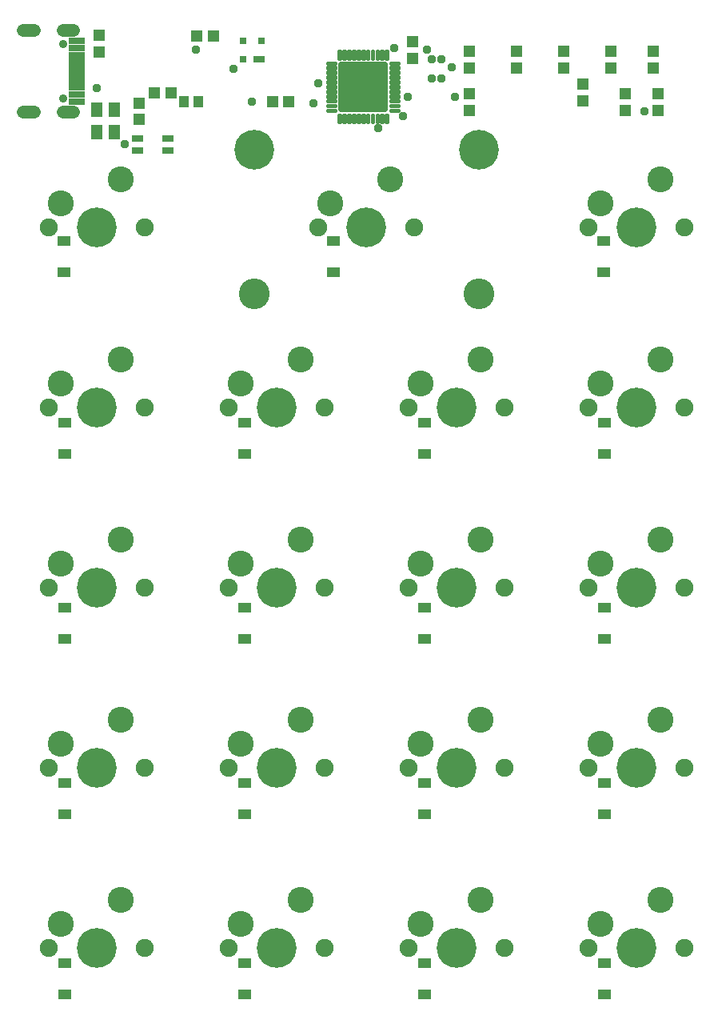
<source format=gbr>
G04 EAGLE Gerber RS-274X export*
G75*
%MOMM*%
%FSLAX34Y34*%
%LPD*%
%INSoldermask Bottom*%
%IPPOS*%
%AMOC8*
5,1,8,0,0,1.08239X$1,22.5*%
G01*
%ADD10C,4.203200*%
%ADD11C,1.903200*%
%ADD12C,2.743200*%
%ADD13C,3.253200*%
%ADD14R,1.423200X1.113200*%
%ADD15C,0.686816*%
%ADD16C,0.276759*%
%ADD17R,1.653200X0.803200*%
%ADD18R,1.653200X0.503200*%
%ADD19C,1.361200*%
%ADD20C,0.903200*%
%ADD21R,1.283200X1.253200*%
%ADD22R,1.253200X1.283200*%
%ADD23R,1.253200X1.503200*%
%ADD24R,1.153200X0.753200*%
%ADD25R,1.103200X1.173400*%
%ADD26R,1.135800X1.173400*%
%ADD27R,1.203200X0.803200*%
%ADD28R,0.803200X0.803200*%
%ADD29R,1.203200X1.203200*%
%ADD30C,0.959600*%


D10*
X95250Y857250D03*
D11*
X44450Y857250D03*
X146050Y857250D03*
D12*
X57150Y882650D03*
X120650Y908050D03*
D10*
X381000Y857250D03*
D11*
X330200Y857250D03*
X431800Y857250D03*
D13*
X262000Y787250D03*
X500000Y787250D03*
D10*
X262000Y939650D03*
X500000Y939650D03*
D12*
X342900Y882650D03*
X406400Y908050D03*
D10*
X666750Y857250D03*
D11*
X615950Y857250D03*
X717550Y857250D03*
D12*
X628650Y882650D03*
X692150Y908050D03*
D10*
X95250Y666750D03*
D11*
X44450Y666750D03*
X146050Y666750D03*
D12*
X57150Y692150D03*
X120650Y717550D03*
D10*
X285750Y666750D03*
D11*
X234950Y666750D03*
X336550Y666750D03*
D12*
X247650Y692150D03*
X311150Y717550D03*
D10*
X476250Y666750D03*
D11*
X425450Y666750D03*
X527050Y666750D03*
D12*
X438150Y692150D03*
X501650Y717550D03*
D10*
X666750Y666750D03*
D11*
X615950Y666750D03*
X717550Y666750D03*
D12*
X628650Y692150D03*
X692150Y717550D03*
D10*
X95250Y476250D03*
D11*
X44450Y476250D03*
X146050Y476250D03*
D12*
X57150Y501650D03*
X120650Y527050D03*
D10*
X285750Y476250D03*
D11*
X234950Y476250D03*
X336550Y476250D03*
D12*
X247650Y501650D03*
X311150Y527050D03*
D10*
X476250Y476250D03*
D11*
X425450Y476250D03*
X527050Y476250D03*
D12*
X438150Y501650D03*
X501650Y527050D03*
D10*
X666750Y476250D03*
D11*
X615950Y476250D03*
X717550Y476250D03*
D12*
X628650Y501650D03*
X692150Y527050D03*
D10*
X95250Y285750D03*
D11*
X44450Y285750D03*
X146050Y285750D03*
D12*
X57150Y311150D03*
X120650Y336550D03*
D10*
X285750Y285750D03*
D11*
X234950Y285750D03*
X336550Y285750D03*
D12*
X247650Y311150D03*
X311150Y336550D03*
D10*
X476250Y285750D03*
D11*
X425450Y285750D03*
X527050Y285750D03*
D12*
X438150Y311150D03*
X501650Y336550D03*
D10*
X666750Y285750D03*
D11*
X615950Y285750D03*
X717550Y285750D03*
D12*
X628650Y311150D03*
X692150Y336550D03*
D10*
X95250Y95250D03*
D11*
X44450Y95250D03*
X146050Y95250D03*
D12*
X57150Y120650D03*
X120650Y146050D03*
D10*
X285750Y95250D03*
D11*
X234950Y95250D03*
X336550Y95250D03*
D12*
X247650Y120650D03*
X311150Y146050D03*
D10*
X476250Y95250D03*
D11*
X425450Y95250D03*
X527050Y95250D03*
D12*
X438150Y120650D03*
X501650Y146050D03*
D10*
X666750Y95250D03*
D11*
X615950Y95250D03*
X717550Y95250D03*
D12*
X628650Y120650D03*
X692150Y146050D03*
D14*
X60559Y809878D03*
X60559Y842578D03*
X346309Y809878D03*
X346309Y842578D03*
X632059Y809878D03*
X632059Y842578D03*
X61438Y617775D03*
X61438Y650475D03*
X251938Y617775D03*
X251938Y650475D03*
X442438Y617775D03*
X442438Y650475D03*
X632938Y617775D03*
X632938Y650475D03*
X61438Y422275D03*
X61438Y454975D03*
X251938Y422275D03*
X251938Y454975D03*
X442438Y422275D03*
X442438Y454975D03*
X632938Y422275D03*
X632938Y454975D03*
X61438Y236775D03*
X61438Y269475D03*
X251938Y236775D03*
X251938Y269475D03*
X442438Y236775D03*
X442438Y269475D03*
X632938Y236775D03*
X632938Y269475D03*
X61438Y46275D03*
X61438Y78975D03*
X251938Y46275D03*
X251938Y78975D03*
X442438Y46275D03*
X442438Y78975D03*
X632938Y46275D03*
X632938Y78975D03*
D15*
X400492Y1028977D02*
X354528Y1028977D01*
X400492Y1028977D02*
X400492Y983013D01*
X354528Y983013D01*
X354528Y1028977D01*
X354528Y989538D02*
X400492Y989538D01*
X400492Y996063D02*
X354528Y996063D01*
X354528Y1002588D02*
X400492Y1002588D01*
X400492Y1009113D02*
X354528Y1009113D01*
X354528Y1015638D02*
X400492Y1015638D01*
X400492Y1022163D02*
X354528Y1022163D01*
X354528Y1028688D02*
X400492Y1028688D01*
D16*
X406378Y1029863D02*
X415642Y1029863D01*
X406378Y1029863D02*
X406378Y1032127D01*
X415642Y1032127D01*
X415642Y1029863D01*
X415642Y1024863D02*
X406378Y1024863D01*
X406378Y1027127D01*
X415642Y1027127D01*
X415642Y1024863D01*
X415642Y1019863D02*
X406378Y1019863D01*
X406378Y1022127D01*
X415642Y1022127D01*
X415642Y1019863D01*
X415642Y1014863D02*
X406378Y1014863D01*
X406378Y1017127D01*
X415642Y1017127D01*
X415642Y1014863D01*
X415642Y1009863D02*
X406378Y1009863D01*
X406378Y1012127D01*
X415642Y1012127D01*
X415642Y1009863D01*
X415642Y1004863D02*
X406378Y1004863D01*
X406378Y1007127D01*
X415642Y1007127D01*
X415642Y1004863D01*
X415642Y999863D02*
X406378Y999863D01*
X406378Y1002127D01*
X415642Y1002127D01*
X415642Y999863D01*
X415642Y994863D02*
X406378Y994863D01*
X406378Y997127D01*
X415642Y997127D01*
X415642Y994863D01*
X415642Y989863D02*
X406378Y989863D01*
X406378Y992127D01*
X415642Y992127D01*
X415642Y989863D01*
X415642Y984863D02*
X406378Y984863D01*
X406378Y987127D01*
X415642Y987127D01*
X415642Y984863D01*
X415642Y979863D02*
X406378Y979863D01*
X406378Y982127D01*
X415642Y982127D01*
X415642Y979863D01*
X401378Y977127D02*
X401378Y967863D01*
X401378Y977127D02*
X403642Y977127D01*
X403642Y967863D01*
X401378Y967863D01*
X401378Y970493D02*
X403642Y970493D01*
X403642Y973123D02*
X401378Y973123D01*
X401378Y975753D02*
X403642Y975753D01*
X396378Y977127D02*
X396378Y967863D01*
X396378Y977127D02*
X398642Y977127D01*
X398642Y967863D01*
X396378Y967863D01*
X396378Y970493D02*
X398642Y970493D01*
X398642Y973123D02*
X396378Y973123D01*
X396378Y975753D02*
X398642Y975753D01*
X391378Y977127D02*
X391378Y967863D01*
X391378Y977127D02*
X393642Y977127D01*
X393642Y967863D01*
X391378Y967863D01*
X391378Y970493D02*
X393642Y970493D01*
X393642Y973123D02*
X391378Y973123D01*
X391378Y975753D02*
X393642Y975753D01*
X386378Y977127D02*
X386378Y967863D01*
X386378Y977127D02*
X388642Y977127D01*
X388642Y967863D01*
X386378Y967863D01*
X386378Y970493D02*
X388642Y970493D01*
X388642Y973123D02*
X386378Y973123D01*
X386378Y975753D02*
X388642Y975753D01*
X381378Y977127D02*
X381378Y967863D01*
X381378Y977127D02*
X383642Y977127D01*
X383642Y967863D01*
X381378Y967863D01*
X381378Y970493D02*
X383642Y970493D01*
X383642Y973123D02*
X381378Y973123D01*
X381378Y975753D02*
X383642Y975753D01*
X376378Y977127D02*
X376378Y967863D01*
X376378Y977127D02*
X378642Y977127D01*
X378642Y967863D01*
X376378Y967863D01*
X376378Y970493D02*
X378642Y970493D01*
X378642Y973123D02*
X376378Y973123D01*
X376378Y975753D02*
X378642Y975753D01*
X371378Y977127D02*
X371378Y967863D01*
X371378Y977127D02*
X373642Y977127D01*
X373642Y967863D01*
X371378Y967863D01*
X371378Y970493D02*
X373642Y970493D01*
X373642Y973123D02*
X371378Y973123D01*
X371378Y975753D02*
X373642Y975753D01*
X366378Y977127D02*
X366378Y967863D01*
X366378Y977127D02*
X368642Y977127D01*
X368642Y967863D01*
X366378Y967863D01*
X366378Y970493D02*
X368642Y970493D01*
X368642Y973123D02*
X366378Y973123D01*
X366378Y975753D02*
X368642Y975753D01*
X361378Y977127D02*
X361378Y967863D01*
X361378Y977127D02*
X363642Y977127D01*
X363642Y967863D01*
X361378Y967863D01*
X361378Y970493D02*
X363642Y970493D01*
X363642Y973123D02*
X361378Y973123D01*
X361378Y975753D02*
X363642Y975753D01*
X356378Y977127D02*
X356378Y967863D01*
X356378Y977127D02*
X358642Y977127D01*
X358642Y967863D01*
X356378Y967863D01*
X356378Y970493D02*
X358642Y970493D01*
X358642Y973123D02*
X356378Y973123D01*
X356378Y975753D02*
X358642Y975753D01*
X351378Y977127D02*
X351378Y967863D01*
X351378Y977127D02*
X353642Y977127D01*
X353642Y967863D01*
X351378Y967863D01*
X351378Y970493D02*
X353642Y970493D01*
X353642Y973123D02*
X351378Y973123D01*
X351378Y975753D02*
X353642Y975753D01*
X348642Y982127D02*
X339378Y982127D01*
X348642Y982127D02*
X348642Y979863D01*
X339378Y979863D01*
X339378Y982127D01*
X339378Y987127D02*
X348642Y987127D01*
X348642Y984863D01*
X339378Y984863D01*
X339378Y987127D01*
X339378Y992127D02*
X348642Y992127D01*
X348642Y989863D01*
X339378Y989863D01*
X339378Y992127D01*
X339378Y997127D02*
X348642Y997127D01*
X348642Y994863D01*
X339378Y994863D01*
X339378Y997127D01*
X339378Y1002127D02*
X348642Y1002127D01*
X348642Y999863D01*
X339378Y999863D01*
X339378Y1002127D01*
X339378Y1007127D02*
X348642Y1007127D01*
X348642Y1004863D01*
X339378Y1004863D01*
X339378Y1007127D01*
X339378Y1012127D02*
X348642Y1012127D01*
X348642Y1009863D01*
X339378Y1009863D01*
X339378Y1012127D01*
X339378Y1017127D02*
X348642Y1017127D01*
X348642Y1014863D01*
X339378Y1014863D01*
X339378Y1017127D01*
X339378Y1022127D02*
X348642Y1022127D01*
X348642Y1019863D01*
X339378Y1019863D01*
X339378Y1022127D01*
X339378Y1027127D02*
X348642Y1027127D01*
X348642Y1024863D01*
X339378Y1024863D01*
X339378Y1027127D01*
X339378Y1032127D02*
X348642Y1032127D01*
X348642Y1029863D01*
X339378Y1029863D01*
X339378Y1032127D01*
X353642Y1034863D02*
X353642Y1044127D01*
X353642Y1034863D02*
X351378Y1034863D01*
X351378Y1044127D01*
X353642Y1044127D01*
X353642Y1037493D02*
X351378Y1037493D01*
X351378Y1040123D02*
X353642Y1040123D01*
X353642Y1042753D02*
X351378Y1042753D01*
X358642Y1044127D02*
X358642Y1034863D01*
X356378Y1034863D01*
X356378Y1044127D01*
X358642Y1044127D01*
X358642Y1037493D02*
X356378Y1037493D01*
X356378Y1040123D02*
X358642Y1040123D01*
X358642Y1042753D02*
X356378Y1042753D01*
X363642Y1044127D02*
X363642Y1034863D01*
X361378Y1034863D01*
X361378Y1044127D01*
X363642Y1044127D01*
X363642Y1037493D02*
X361378Y1037493D01*
X361378Y1040123D02*
X363642Y1040123D01*
X363642Y1042753D02*
X361378Y1042753D01*
X368642Y1044127D02*
X368642Y1034863D01*
X366378Y1034863D01*
X366378Y1044127D01*
X368642Y1044127D01*
X368642Y1037493D02*
X366378Y1037493D01*
X366378Y1040123D02*
X368642Y1040123D01*
X368642Y1042753D02*
X366378Y1042753D01*
X373642Y1044127D02*
X373642Y1034863D01*
X371378Y1034863D01*
X371378Y1044127D01*
X373642Y1044127D01*
X373642Y1037493D02*
X371378Y1037493D01*
X371378Y1040123D02*
X373642Y1040123D01*
X373642Y1042753D02*
X371378Y1042753D01*
X378642Y1044127D02*
X378642Y1034863D01*
X376378Y1034863D01*
X376378Y1044127D01*
X378642Y1044127D01*
X378642Y1037493D02*
X376378Y1037493D01*
X376378Y1040123D02*
X378642Y1040123D01*
X378642Y1042753D02*
X376378Y1042753D01*
X383642Y1044127D02*
X383642Y1034863D01*
X381378Y1034863D01*
X381378Y1044127D01*
X383642Y1044127D01*
X383642Y1037493D02*
X381378Y1037493D01*
X381378Y1040123D02*
X383642Y1040123D01*
X383642Y1042753D02*
X381378Y1042753D01*
X388642Y1044127D02*
X388642Y1034863D01*
X386378Y1034863D01*
X386378Y1044127D01*
X388642Y1044127D01*
X388642Y1037493D02*
X386378Y1037493D01*
X386378Y1040123D02*
X388642Y1040123D01*
X388642Y1042753D02*
X386378Y1042753D01*
X393642Y1044127D02*
X393642Y1034863D01*
X391378Y1034863D01*
X391378Y1044127D01*
X393642Y1044127D01*
X393642Y1037493D02*
X391378Y1037493D01*
X391378Y1040123D02*
X393642Y1040123D01*
X393642Y1042753D02*
X391378Y1042753D01*
X398642Y1044127D02*
X398642Y1034863D01*
X396378Y1034863D01*
X396378Y1044127D01*
X398642Y1044127D01*
X398642Y1037493D02*
X396378Y1037493D01*
X396378Y1040123D02*
X398642Y1040123D01*
X398642Y1042753D02*
X396378Y1042753D01*
X403642Y1044127D02*
X403642Y1034863D01*
X401378Y1034863D01*
X401378Y1044127D01*
X403642Y1044127D01*
X403642Y1037493D02*
X401378Y1037493D01*
X401378Y1040123D02*
X403642Y1040123D01*
X403642Y1042753D02*
X401378Y1042753D01*
D17*
X74415Y989915D03*
X74415Y997915D03*
D18*
X74415Y1019915D03*
X74415Y1014915D03*
X74415Y1009915D03*
X74415Y1004915D03*
X74415Y1024915D03*
X74415Y1029915D03*
X74415Y1034915D03*
X74415Y1039915D03*
D17*
X74415Y1046915D03*
X74415Y1054915D03*
D19*
X71055Y979215D02*
X59475Y979215D01*
X59475Y1065615D02*
X71055Y1065615D01*
X29255Y979215D02*
X17675Y979215D01*
X17675Y1065615D02*
X29255Y1065615D01*
D20*
X59965Y993515D03*
X59965Y1051315D03*
D21*
X97573Y1060604D03*
X97573Y1043104D03*
D22*
X281250Y990000D03*
X298750Y990000D03*
D21*
X140000Y971250D03*
X140000Y988750D03*
X490000Y1026250D03*
X490000Y1043750D03*
X540000Y1026250D03*
X540000Y1043750D03*
X590000Y1026250D03*
X590000Y1043750D03*
X640000Y1026250D03*
X640000Y1043750D03*
X610000Y1008750D03*
X610000Y991250D03*
X430000Y1053750D03*
X430000Y1036250D03*
D22*
X201250Y1060000D03*
X218750Y1060000D03*
D23*
X95750Y958500D03*
X114250Y958500D03*
X114250Y981500D03*
X95750Y981500D03*
D21*
X685000Y1026250D03*
X685000Y1043750D03*
X490000Y998750D03*
X490000Y981250D03*
D24*
X171000Y951000D03*
X171000Y939000D03*
X139000Y939000D03*
X139000Y951000D03*
D21*
X655000Y998750D03*
X655000Y981250D03*
X690000Y998750D03*
X690000Y981250D03*
D25*
X202851Y990000D03*
D26*
X187312Y990000D03*
D27*
X267500Y1035500D03*
D28*
X250500Y1035500D03*
X269500Y1054500D03*
X250500Y1054500D03*
D29*
X174000Y1000000D03*
X156000Y1000000D03*
D30*
X425000Y995000D03*
X393599Y962175D03*
X330000Y1010000D03*
X410202Y1046782D03*
X471446Y1026755D03*
X450000Y1035000D03*
X450000Y1015000D03*
X460000Y1035000D03*
X460000Y1015000D03*
X420000Y975000D03*
X125000Y945000D03*
X445000Y1045000D03*
X675000Y980000D03*
X200000Y1045000D03*
X240000Y1025000D03*
X95000Y1005000D03*
X260000Y990000D03*
X475000Y995000D03*
X325178Y988846D03*
M02*

</source>
